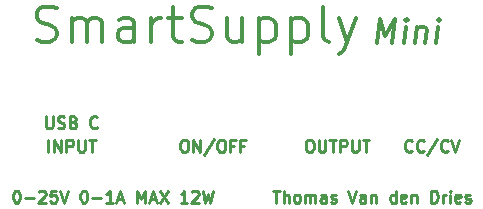
<source format=gto>
G04 #@! TF.FileFunction,Legend,Top*
%FSLAX46Y46*%
G04 Gerber Fmt 4.6, Leading zero omitted, Abs format (unit mm)*
G04 Created by KiCad (PCBNEW 4.0.3-stable) date 10/18/17 08:43:59*
%MOMM*%
%LPD*%
G01*
G04 APERTURE LIST*
%ADD10C,0.100000*%
%ADD11C,0.300000*%
%ADD12C,0.250000*%
G04 APERTURE END LIST*
D10*
D11*
X198521428Y-131164286D02*
X198949999Y-131307143D01*
X199664285Y-131307143D01*
X199949999Y-131164286D01*
X200092856Y-131021429D01*
X200235713Y-130735714D01*
X200235713Y-130450000D01*
X200092856Y-130164286D01*
X199949999Y-130021429D01*
X199664285Y-129878571D01*
X199092856Y-129735714D01*
X198807142Y-129592857D01*
X198664285Y-129450000D01*
X198521428Y-129164286D01*
X198521428Y-128878571D01*
X198664285Y-128592857D01*
X198807142Y-128450000D01*
X199092856Y-128307143D01*
X199807142Y-128307143D01*
X200235713Y-128450000D01*
X201521428Y-131307143D02*
X201521428Y-129307143D01*
X201521428Y-129592857D02*
X201664285Y-129450000D01*
X201949999Y-129307143D01*
X202378571Y-129307143D01*
X202664285Y-129450000D01*
X202807142Y-129735714D01*
X202807142Y-131307143D01*
X202807142Y-129735714D02*
X202949999Y-129450000D01*
X203235713Y-129307143D01*
X203664285Y-129307143D01*
X203949999Y-129450000D01*
X204092856Y-129735714D01*
X204092856Y-131307143D01*
X206807142Y-131307143D02*
X206807142Y-129735714D01*
X206664285Y-129450000D01*
X206378571Y-129307143D01*
X205807142Y-129307143D01*
X205521428Y-129450000D01*
X206807142Y-131164286D02*
X206521428Y-131307143D01*
X205807142Y-131307143D01*
X205521428Y-131164286D01*
X205378571Y-130878571D01*
X205378571Y-130592857D01*
X205521428Y-130307143D01*
X205807142Y-130164286D01*
X206521428Y-130164286D01*
X206807142Y-130021429D01*
X208235714Y-131307143D02*
X208235714Y-129307143D01*
X208235714Y-129878571D02*
X208378571Y-129592857D01*
X208521428Y-129450000D01*
X208807142Y-129307143D01*
X209092857Y-129307143D01*
X209664285Y-129307143D02*
X210807142Y-129307143D01*
X210092857Y-128307143D02*
X210092857Y-130878571D01*
X210235714Y-131164286D01*
X210521428Y-131307143D01*
X210807142Y-131307143D01*
X211664286Y-131164286D02*
X212092857Y-131307143D01*
X212807143Y-131307143D01*
X213092857Y-131164286D01*
X213235714Y-131021429D01*
X213378571Y-130735714D01*
X213378571Y-130450000D01*
X213235714Y-130164286D01*
X213092857Y-130021429D01*
X212807143Y-129878571D01*
X212235714Y-129735714D01*
X211950000Y-129592857D01*
X211807143Y-129450000D01*
X211664286Y-129164286D01*
X211664286Y-128878571D01*
X211807143Y-128592857D01*
X211950000Y-128450000D01*
X212235714Y-128307143D01*
X212950000Y-128307143D01*
X213378571Y-128450000D01*
X215950000Y-129307143D02*
X215950000Y-131307143D01*
X214664286Y-129307143D02*
X214664286Y-130878571D01*
X214807143Y-131164286D01*
X215092857Y-131307143D01*
X215521429Y-131307143D01*
X215807143Y-131164286D01*
X215950000Y-131021429D01*
X217378572Y-129307143D02*
X217378572Y-132307143D01*
X217378572Y-129450000D02*
X217664286Y-129307143D01*
X218235715Y-129307143D01*
X218521429Y-129450000D01*
X218664286Y-129592857D01*
X218807143Y-129878571D01*
X218807143Y-130735714D01*
X218664286Y-131021429D01*
X218521429Y-131164286D01*
X218235715Y-131307143D01*
X217664286Y-131307143D01*
X217378572Y-131164286D01*
X220092858Y-129307143D02*
X220092858Y-132307143D01*
X220092858Y-129450000D02*
X220378572Y-129307143D01*
X220950001Y-129307143D01*
X221235715Y-129450000D01*
X221378572Y-129592857D01*
X221521429Y-129878571D01*
X221521429Y-130735714D01*
X221378572Y-131021429D01*
X221235715Y-131164286D01*
X220950001Y-131307143D01*
X220378572Y-131307143D01*
X220092858Y-131164286D01*
X223235715Y-131307143D02*
X222950001Y-131164286D01*
X222807144Y-130878571D01*
X222807144Y-128307143D01*
X224092858Y-129307143D02*
X224807144Y-131307143D01*
X225521430Y-129307143D02*
X224807144Y-131307143D01*
X224521430Y-132021429D01*
X224378573Y-132164286D01*
X224092858Y-132307143D01*
X227313095Y-131354762D02*
X227563095Y-129354762D01*
X228051190Y-130783333D01*
X228896429Y-129354762D01*
X228646429Y-131354762D01*
X229598809Y-131354762D02*
X229765475Y-130021429D01*
X229848809Y-129354762D02*
X229741666Y-129450000D01*
X229824999Y-129545238D01*
X229932143Y-129450000D01*
X229848809Y-129354762D01*
X229824999Y-129545238D01*
X230717856Y-130021429D02*
X230551190Y-131354762D01*
X230694047Y-130211905D02*
X230801191Y-130116667D01*
X231003571Y-130021429D01*
X231289285Y-130021429D01*
X231467857Y-130116667D01*
X231539285Y-130307143D01*
X231408333Y-131354762D01*
X232360714Y-131354762D02*
X232527380Y-130021429D01*
X232610714Y-129354762D02*
X232503571Y-129450000D01*
X232586904Y-129545238D01*
X232694048Y-129450000D01*
X232610714Y-129354762D01*
X232586904Y-129545238D01*
D12*
X218545237Y-143902381D02*
X219116666Y-143902381D01*
X218830951Y-144902381D02*
X218830951Y-143902381D01*
X219449999Y-144902381D02*
X219449999Y-143902381D01*
X219878571Y-144902381D02*
X219878571Y-144378571D01*
X219830952Y-144283333D01*
X219735714Y-144235714D01*
X219592856Y-144235714D01*
X219497618Y-144283333D01*
X219449999Y-144330952D01*
X220497618Y-144902381D02*
X220402380Y-144854762D01*
X220354761Y-144807143D01*
X220307142Y-144711905D01*
X220307142Y-144426190D01*
X220354761Y-144330952D01*
X220402380Y-144283333D01*
X220497618Y-144235714D01*
X220640476Y-144235714D01*
X220735714Y-144283333D01*
X220783333Y-144330952D01*
X220830952Y-144426190D01*
X220830952Y-144711905D01*
X220783333Y-144807143D01*
X220735714Y-144854762D01*
X220640476Y-144902381D01*
X220497618Y-144902381D01*
X221259523Y-144902381D02*
X221259523Y-144235714D01*
X221259523Y-144330952D02*
X221307142Y-144283333D01*
X221402380Y-144235714D01*
X221545238Y-144235714D01*
X221640476Y-144283333D01*
X221688095Y-144378571D01*
X221688095Y-144902381D01*
X221688095Y-144378571D02*
X221735714Y-144283333D01*
X221830952Y-144235714D01*
X221973809Y-144235714D01*
X222069047Y-144283333D01*
X222116666Y-144378571D01*
X222116666Y-144902381D01*
X223021428Y-144902381D02*
X223021428Y-144378571D01*
X222973809Y-144283333D01*
X222878571Y-144235714D01*
X222688094Y-144235714D01*
X222592856Y-144283333D01*
X223021428Y-144854762D02*
X222926190Y-144902381D01*
X222688094Y-144902381D01*
X222592856Y-144854762D01*
X222545237Y-144759524D01*
X222545237Y-144664286D01*
X222592856Y-144569048D01*
X222688094Y-144521429D01*
X222926190Y-144521429D01*
X223021428Y-144473810D01*
X223449999Y-144854762D02*
X223545237Y-144902381D01*
X223735713Y-144902381D01*
X223830952Y-144854762D01*
X223878571Y-144759524D01*
X223878571Y-144711905D01*
X223830952Y-144616667D01*
X223735713Y-144569048D01*
X223592856Y-144569048D01*
X223497618Y-144521429D01*
X223449999Y-144426190D01*
X223449999Y-144378571D01*
X223497618Y-144283333D01*
X223592856Y-144235714D01*
X223735713Y-144235714D01*
X223830952Y-144283333D01*
X224926190Y-143902381D02*
X225259523Y-144902381D01*
X225592857Y-143902381D01*
X226354762Y-144902381D02*
X226354762Y-144378571D01*
X226307143Y-144283333D01*
X226211905Y-144235714D01*
X226021428Y-144235714D01*
X225926190Y-144283333D01*
X226354762Y-144854762D02*
X226259524Y-144902381D01*
X226021428Y-144902381D01*
X225926190Y-144854762D01*
X225878571Y-144759524D01*
X225878571Y-144664286D01*
X225926190Y-144569048D01*
X226021428Y-144521429D01*
X226259524Y-144521429D01*
X226354762Y-144473810D01*
X226830952Y-144235714D02*
X226830952Y-144902381D01*
X226830952Y-144330952D02*
X226878571Y-144283333D01*
X226973809Y-144235714D01*
X227116667Y-144235714D01*
X227211905Y-144283333D01*
X227259524Y-144378571D01*
X227259524Y-144902381D01*
X228926191Y-144902381D02*
X228926191Y-143902381D01*
X228926191Y-144854762D02*
X228830953Y-144902381D01*
X228640476Y-144902381D01*
X228545238Y-144854762D01*
X228497619Y-144807143D01*
X228450000Y-144711905D01*
X228450000Y-144426190D01*
X228497619Y-144330952D01*
X228545238Y-144283333D01*
X228640476Y-144235714D01*
X228830953Y-144235714D01*
X228926191Y-144283333D01*
X229783334Y-144854762D02*
X229688096Y-144902381D01*
X229497619Y-144902381D01*
X229402381Y-144854762D01*
X229354762Y-144759524D01*
X229354762Y-144378571D01*
X229402381Y-144283333D01*
X229497619Y-144235714D01*
X229688096Y-144235714D01*
X229783334Y-144283333D01*
X229830953Y-144378571D01*
X229830953Y-144473810D01*
X229354762Y-144569048D01*
X230259524Y-144235714D02*
X230259524Y-144902381D01*
X230259524Y-144330952D02*
X230307143Y-144283333D01*
X230402381Y-144235714D01*
X230545239Y-144235714D01*
X230640477Y-144283333D01*
X230688096Y-144378571D01*
X230688096Y-144902381D01*
X231926191Y-144902381D02*
X231926191Y-143902381D01*
X232164286Y-143902381D01*
X232307144Y-143950000D01*
X232402382Y-144045238D01*
X232450001Y-144140476D01*
X232497620Y-144330952D01*
X232497620Y-144473810D01*
X232450001Y-144664286D01*
X232402382Y-144759524D01*
X232307144Y-144854762D01*
X232164286Y-144902381D01*
X231926191Y-144902381D01*
X232926191Y-144902381D02*
X232926191Y-144235714D01*
X232926191Y-144426190D02*
X232973810Y-144330952D01*
X233021429Y-144283333D01*
X233116667Y-144235714D01*
X233211906Y-144235714D01*
X233545239Y-144902381D02*
X233545239Y-144235714D01*
X233545239Y-143902381D02*
X233497620Y-143950000D01*
X233545239Y-143997619D01*
X233592858Y-143950000D01*
X233545239Y-143902381D01*
X233545239Y-143997619D01*
X234402382Y-144854762D02*
X234307144Y-144902381D01*
X234116667Y-144902381D01*
X234021429Y-144854762D01*
X233973810Y-144759524D01*
X233973810Y-144378571D01*
X234021429Y-144283333D01*
X234116667Y-144235714D01*
X234307144Y-144235714D01*
X234402382Y-144283333D01*
X234450001Y-144378571D01*
X234450001Y-144473810D01*
X233973810Y-144569048D01*
X234830953Y-144854762D02*
X234926191Y-144902381D01*
X235116667Y-144902381D01*
X235211906Y-144854762D01*
X235259525Y-144759524D01*
X235259525Y-144711905D01*
X235211906Y-144616667D01*
X235116667Y-144569048D01*
X234973810Y-144569048D01*
X234878572Y-144521429D01*
X234830953Y-144426190D01*
X234830953Y-144378571D01*
X234878572Y-144283333D01*
X234973810Y-144235714D01*
X235116667Y-144235714D01*
X235211906Y-144283333D01*
X199307143Y-137602381D02*
X199307143Y-138411905D01*
X199354762Y-138507143D01*
X199402381Y-138554762D01*
X199497619Y-138602381D01*
X199688096Y-138602381D01*
X199783334Y-138554762D01*
X199830953Y-138507143D01*
X199878572Y-138411905D01*
X199878572Y-137602381D01*
X200307143Y-138554762D02*
X200450000Y-138602381D01*
X200688096Y-138602381D01*
X200783334Y-138554762D01*
X200830953Y-138507143D01*
X200878572Y-138411905D01*
X200878572Y-138316667D01*
X200830953Y-138221429D01*
X200783334Y-138173810D01*
X200688096Y-138126190D01*
X200497619Y-138078571D01*
X200402381Y-138030952D01*
X200354762Y-137983333D01*
X200307143Y-137888095D01*
X200307143Y-137792857D01*
X200354762Y-137697619D01*
X200402381Y-137650000D01*
X200497619Y-137602381D01*
X200735715Y-137602381D01*
X200878572Y-137650000D01*
X201640477Y-138078571D02*
X201783334Y-138126190D01*
X201830953Y-138173810D01*
X201878572Y-138269048D01*
X201878572Y-138411905D01*
X201830953Y-138507143D01*
X201783334Y-138554762D01*
X201688096Y-138602381D01*
X201307143Y-138602381D01*
X201307143Y-137602381D01*
X201640477Y-137602381D01*
X201735715Y-137650000D01*
X201783334Y-137697619D01*
X201830953Y-137792857D01*
X201830953Y-137888095D01*
X201783334Y-137983333D01*
X201735715Y-138030952D01*
X201640477Y-138078571D01*
X201307143Y-138078571D01*
X203640477Y-138507143D02*
X203592858Y-138554762D01*
X203450001Y-138602381D01*
X203354763Y-138602381D01*
X203211905Y-138554762D01*
X203116667Y-138459524D01*
X203069048Y-138364286D01*
X203021429Y-138173810D01*
X203021429Y-138030952D01*
X203069048Y-137840476D01*
X203116667Y-137745238D01*
X203211905Y-137650000D01*
X203354763Y-137602381D01*
X203450001Y-137602381D01*
X203592858Y-137650000D01*
X203640477Y-137697619D01*
X210926190Y-139602381D02*
X211116667Y-139602381D01*
X211211905Y-139650000D01*
X211307143Y-139745238D01*
X211354762Y-139935714D01*
X211354762Y-140269048D01*
X211307143Y-140459524D01*
X211211905Y-140554762D01*
X211116667Y-140602381D01*
X210926190Y-140602381D01*
X210830952Y-140554762D01*
X210735714Y-140459524D01*
X210688095Y-140269048D01*
X210688095Y-139935714D01*
X210735714Y-139745238D01*
X210830952Y-139650000D01*
X210926190Y-139602381D01*
X211783333Y-140602381D02*
X211783333Y-139602381D01*
X212354762Y-140602381D01*
X212354762Y-139602381D01*
X213545238Y-139554762D02*
X212688095Y-140840476D01*
X214069047Y-139602381D02*
X214259524Y-139602381D01*
X214354762Y-139650000D01*
X214450000Y-139745238D01*
X214497619Y-139935714D01*
X214497619Y-140269048D01*
X214450000Y-140459524D01*
X214354762Y-140554762D01*
X214259524Y-140602381D01*
X214069047Y-140602381D01*
X213973809Y-140554762D01*
X213878571Y-140459524D01*
X213830952Y-140269048D01*
X213830952Y-139935714D01*
X213878571Y-139745238D01*
X213973809Y-139650000D01*
X214069047Y-139602381D01*
X215259524Y-140078571D02*
X214926190Y-140078571D01*
X214926190Y-140602381D02*
X214926190Y-139602381D01*
X215402381Y-139602381D01*
X216116667Y-140078571D02*
X215783333Y-140078571D01*
X215783333Y-140602381D02*
X215783333Y-139602381D01*
X216259524Y-139602381D01*
X221545238Y-139602381D02*
X221735715Y-139602381D01*
X221830953Y-139650000D01*
X221926191Y-139745238D01*
X221973810Y-139935714D01*
X221973810Y-140269048D01*
X221926191Y-140459524D01*
X221830953Y-140554762D01*
X221735715Y-140602381D01*
X221545238Y-140602381D01*
X221450000Y-140554762D01*
X221354762Y-140459524D01*
X221307143Y-140269048D01*
X221307143Y-139935714D01*
X221354762Y-139745238D01*
X221450000Y-139650000D01*
X221545238Y-139602381D01*
X222402381Y-139602381D02*
X222402381Y-140411905D01*
X222450000Y-140507143D01*
X222497619Y-140554762D01*
X222592857Y-140602381D01*
X222783334Y-140602381D01*
X222878572Y-140554762D01*
X222926191Y-140507143D01*
X222973810Y-140411905D01*
X222973810Y-139602381D01*
X223307143Y-139602381D02*
X223878572Y-139602381D01*
X223592857Y-140602381D02*
X223592857Y-139602381D01*
X224211905Y-140602381D02*
X224211905Y-139602381D01*
X224592858Y-139602381D01*
X224688096Y-139650000D01*
X224735715Y-139697619D01*
X224783334Y-139792857D01*
X224783334Y-139935714D01*
X224735715Y-140030952D01*
X224688096Y-140078571D01*
X224592858Y-140126190D01*
X224211905Y-140126190D01*
X225211905Y-139602381D02*
X225211905Y-140411905D01*
X225259524Y-140507143D01*
X225307143Y-140554762D01*
X225402381Y-140602381D01*
X225592858Y-140602381D01*
X225688096Y-140554762D01*
X225735715Y-140507143D01*
X225783334Y-140411905D01*
X225783334Y-139602381D01*
X226116667Y-139602381D02*
X226688096Y-139602381D01*
X226402381Y-140602381D02*
X226402381Y-139602381D01*
X230307143Y-140507143D02*
X230259524Y-140554762D01*
X230116667Y-140602381D01*
X230021429Y-140602381D01*
X229878571Y-140554762D01*
X229783333Y-140459524D01*
X229735714Y-140364286D01*
X229688095Y-140173810D01*
X229688095Y-140030952D01*
X229735714Y-139840476D01*
X229783333Y-139745238D01*
X229878571Y-139650000D01*
X230021429Y-139602381D01*
X230116667Y-139602381D01*
X230259524Y-139650000D01*
X230307143Y-139697619D01*
X231307143Y-140507143D02*
X231259524Y-140554762D01*
X231116667Y-140602381D01*
X231021429Y-140602381D01*
X230878571Y-140554762D01*
X230783333Y-140459524D01*
X230735714Y-140364286D01*
X230688095Y-140173810D01*
X230688095Y-140030952D01*
X230735714Y-139840476D01*
X230783333Y-139745238D01*
X230878571Y-139650000D01*
X231021429Y-139602381D01*
X231116667Y-139602381D01*
X231259524Y-139650000D01*
X231307143Y-139697619D01*
X232450000Y-139554762D02*
X231592857Y-140840476D01*
X233354762Y-140507143D02*
X233307143Y-140554762D01*
X233164286Y-140602381D01*
X233069048Y-140602381D01*
X232926190Y-140554762D01*
X232830952Y-140459524D01*
X232783333Y-140364286D01*
X232735714Y-140173810D01*
X232735714Y-140030952D01*
X232783333Y-139840476D01*
X232830952Y-139745238D01*
X232926190Y-139650000D01*
X233069048Y-139602381D01*
X233164286Y-139602381D01*
X233307143Y-139650000D01*
X233354762Y-139697619D01*
X233640476Y-139602381D02*
X233973809Y-140602381D01*
X234307143Y-139602381D01*
X196759523Y-143902381D02*
X196854762Y-143902381D01*
X196950000Y-143950000D01*
X196997619Y-143997619D01*
X197045238Y-144092857D01*
X197092857Y-144283333D01*
X197092857Y-144521429D01*
X197045238Y-144711905D01*
X196997619Y-144807143D01*
X196950000Y-144854762D01*
X196854762Y-144902381D01*
X196759523Y-144902381D01*
X196664285Y-144854762D01*
X196616666Y-144807143D01*
X196569047Y-144711905D01*
X196521428Y-144521429D01*
X196521428Y-144283333D01*
X196569047Y-144092857D01*
X196616666Y-143997619D01*
X196664285Y-143950000D01*
X196759523Y-143902381D01*
X197521428Y-144521429D02*
X198283333Y-144521429D01*
X198711904Y-143997619D02*
X198759523Y-143950000D01*
X198854761Y-143902381D01*
X199092857Y-143902381D01*
X199188095Y-143950000D01*
X199235714Y-143997619D01*
X199283333Y-144092857D01*
X199283333Y-144188095D01*
X199235714Y-144330952D01*
X198664285Y-144902381D01*
X199283333Y-144902381D01*
X200188095Y-143902381D02*
X199711904Y-143902381D01*
X199664285Y-144378571D01*
X199711904Y-144330952D01*
X199807142Y-144283333D01*
X200045238Y-144283333D01*
X200140476Y-144330952D01*
X200188095Y-144378571D01*
X200235714Y-144473810D01*
X200235714Y-144711905D01*
X200188095Y-144807143D01*
X200140476Y-144854762D01*
X200045238Y-144902381D01*
X199807142Y-144902381D01*
X199711904Y-144854762D01*
X199664285Y-144807143D01*
X200521428Y-143902381D02*
X200854761Y-144902381D01*
X201188095Y-143902381D01*
X202473809Y-143902381D02*
X202569048Y-143902381D01*
X202664286Y-143950000D01*
X202711905Y-143997619D01*
X202759524Y-144092857D01*
X202807143Y-144283333D01*
X202807143Y-144521429D01*
X202759524Y-144711905D01*
X202711905Y-144807143D01*
X202664286Y-144854762D01*
X202569048Y-144902381D01*
X202473809Y-144902381D01*
X202378571Y-144854762D01*
X202330952Y-144807143D01*
X202283333Y-144711905D01*
X202235714Y-144521429D01*
X202235714Y-144283333D01*
X202283333Y-144092857D01*
X202330952Y-143997619D01*
X202378571Y-143950000D01*
X202473809Y-143902381D01*
X203235714Y-144521429D02*
X203997619Y-144521429D01*
X204997619Y-144902381D02*
X204426190Y-144902381D01*
X204711904Y-144902381D02*
X204711904Y-143902381D01*
X204616666Y-144045238D01*
X204521428Y-144140476D01*
X204426190Y-144188095D01*
X205378571Y-144616667D02*
X205854762Y-144616667D01*
X205283333Y-144902381D02*
X205616666Y-143902381D01*
X205950000Y-144902381D01*
X207045238Y-144902381D02*
X207045238Y-143902381D01*
X207378572Y-144616667D01*
X207711905Y-143902381D01*
X207711905Y-144902381D01*
X208140476Y-144616667D02*
X208616667Y-144616667D01*
X208045238Y-144902381D02*
X208378571Y-143902381D01*
X208711905Y-144902381D01*
X208950000Y-143902381D02*
X209616667Y-144902381D01*
X209616667Y-143902381D02*
X208950000Y-144902381D01*
X211283334Y-144902381D02*
X210711905Y-144902381D01*
X210997619Y-144902381D02*
X210997619Y-143902381D01*
X210902381Y-144045238D01*
X210807143Y-144140476D01*
X210711905Y-144188095D01*
X211664286Y-143997619D02*
X211711905Y-143950000D01*
X211807143Y-143902381D01*
X212045239Y-143902381D01*
X212140477Y-143950000D01*
X212188096Y-143997619D01*
X212235715Y-144092857D01*
X212235715Y-144188095D01*
X212188096Y-144330952D01*
X211616667Y-144902381D01*
X212235715Y-144902381D01*
X212569048Y-143902381D02*
X212807143Y-144902381D01*
X212997620Y-144188095D01*
X213188096Y-144902381D01*
X213426191Y-143902381D01*
X199521429Y-140602381D02*
X199521429Y-139602381D01*
X199997619Y-140602381D02*
X199997619Y-139602381D01*
X200569048Y-140602381D01*
X200569048Y-139602381D01*
X201045238Y-140602381D02*
X201045238Y-139602381D01*
X201426191Y-139602381D01*
X201521429Y-139650000D01*
X201569048Y-139697619D01*
X201616667Y-139792857D01*
X201616667Y-139935714D01*
X201569048Y-140030952D01*
X201521429Y-140078571D01*
X201426191Y-140126190D01*
X201045238Y-140126190D01*
X202045238Y-139602381D02*
X202045238Y-140411905D01*
X202092857Y-140507143D01*
X202140476Y-140554762D01*
X202235714Y-140602381D01*
X202426191Y-140602381D01*
X202521429Y-140554762D01*
X202569048Y-140507143D01*
X202616667Y-140411905D01*
X202616667Y-139602381D01*
X202950000Y-139602381D02*
X203521429Y-139602381D01*
X203235714Y-140602381D02*
X203235714Y-139602381D01*
X199521429Y-140602381D02*
X199521429Y-139602381D01*
X199997619Y-140602381D02*
X199997619Y-139602381D01*
X200569048Y-140602381D01*
X200569048Y-139602381D01*
X201045238Y-140602381D02*
X201045238Y-139602381D01*
X201426191Y-139602381D01*
X201521429Y-139650000D01*
X201569048Y-139697619D01*
X201616667Y-139792857D01*
X201616667Y-139935714D01*
X201569048Y-140030952D01*
X201521429Y-140078571D01*
X201426191Y-140126190D01*
X201045238Y-140126190D01*
X202045238Y-139602381D02*
X202045238Y-140411905D01*
X202092857Y-140507143D01*
X202140476Y-140554762D01*
X202235714Y-140602381D01*
X202426191Y-140602381D01*
X202521429Y-140554762D01*
X202569048Y-140507143D01*
X202616667Y-140411905D01*
X202616667Y-139602381D01*
X202950000Y-139602381D02*
X203521429Y-139602381D01*
X203235714Y-140602381D02*
X203235714Y-139602381D01*
X196759523Y-143902381D02*
X196854762Y-143902381D01*
X196950000Y-143950000D01*
X196997619Y-143997619D01*
X197045238Y-144092857D01*
X197092857Y-144283333D01*
X197092857Y-144521429D01*
X197045238Y-144711905D01*
X196997619Y-144807143D01*
X196950000Y-144854762D01*
X196854762Y-144902381D01*
X196759523Y-144902381D01*
X196664285Y-144854762D01*
X196616666Y-144807143D01*
X196569047Y-144711905D01*
X196521428Y-144521429D01*
X196521428Y-144283333D01*
X196569047Y-144092857D01*
X196616666Y-143997619D01*
X196664285Y-143950000D01*
X196759523Y-143902381D01*
X197521428Y-144521429D02*
X198283333Y-144521429D01*
X198711904Y-143997619D02*
X198759523Y-143950000D01*
X198854761Y-143902381D01*
X199092857Y-143902381D01*
X199188095Y-143950000D01*
X199235714Y-143997619D01*
X199283333Y-144092857D01*
X199283333Y-144188095D01*
X199235714Y-144330952D01*
X198664285Y-144902381D01*
X199283333Y-144902381D01*
X200188095Y-143902381D02*
X199711904Y-143902381D01*
X199664285Y-144378571D01*
X199711904Y-144330952D01*
X199807142Y-144283333D01*
X200045238Y-144283333D01*
X200140476Y-144330952D01*
X200188095Y-144378571D01*
X200235714Y-144473810D01*
X200235714Y-144711905D01*
X200188095Y-144807143D01*
X200140476Y-144854762D01*
X200045238Y-144902381D01*
X199807142Y-144902381D01*
X199711904Y-144854762D01*
X199664285Y-144807143D01*
X200521428Y-143902381D02*
X200854761Y-144902381D01*
X201188095Y-143902381D01*
X202473809Y-143902381D02*
X202569048Y-143902381D01*
X202664286Y-143950000D01*
X202711905Y-143997619D01*
X202759524Y-144092857D01*
X202807143Y-144283333D01*
X202807143Y-144521429D01*
X202759524Y-144711905D01*
X202711905Y-144807143D01*
X202664286Y-144854762D01*
X202569048Y-144902381D01*
X202473809Y-144902381D01*
X202378571Y-144854762D01*
X202330952Y-144807143D01*
X202283333Y-144711905D01*
X202235714Y-144521429D01*
X202235714Y-144283333D01*
X202283333Y-144092857D01*
X202330952Y-143997619D01*
X202378571Y-143950000D01*
X202473809Y-143902381D01*
X203235714Y-144521429D02*
X203997619Y-144521429D01*
X204997619Y-144902381D02*
X204426190Y-144902381D01*
X204711904Y-144902381D02*
X204711904Y-143902381D01*
X204616666Y-144045238D01*
X204521428Y-144140476D01*
X204426190Y-144188095D01*
X205378571Y-144616667D02*
X205854762Y-144616667D01*
X205283333Y-144902381D02*
X205616666Y-143902381D01*
X205950000Y-144902381D01*
X207045238Y-144902381D02*
X207045238Y-143902381D01*
X207378572Y-144616667D01*
X207711905Y-143902381D01*
X207711905Y-144902381D01*
X208140476Y-144616667D02*
X208616667Y-144616667D01*
X208045238Y-144902381D02*
X208378571Y-143902381D01*
X208711905Y-144902381D01*
X208950000Y-143902381D02*
X209616667Y-144902381D01*
X209616667Y-143902381D02*
X208950000Y-144902381D01*
X211283334Y-144902381D02*
X210711905Y-144902381D01*
X210997619Y-144902381D02*
X210997619Y-143902381D01*
X210902381Y-144045238D01*
X210807143Y-144140476D01*
X210711905Y-144188095D01*
X211664286Y-143997619D02*
X211711905Y-143950000D01*
X211807143Y-143902381D01*
X212045239Y-143902381D01*
X212140477Y-143950000D01*
X212188096Y-143997619D01*
X212235715Y-144092857D01*
X212235715Y-144188095D01*
X212188096Y-144330952D01*
X211616667Y-144902381D01*
X212235715Y-144902381D01*
X212569048Y-143902381D02*
X212807143Y-144902381D01*
X212997620Y-144188095D01*
X213188096Y-144902381D01*
X213426191Y-143902381D01*
X230307143Y-140507143D02*
X230259524Y-140554762D01*
X230116667Y-140602381D01*
X230021429Y-140602381D01*
X229878571Y-140554762D01*
X229783333Y-140459524D01*
X229735714Y-140364286D01*
X229688095Y-140173810D01*
X229688095Y-140030952D01*
X229735714Y-139840476D01*
X229783333Y-139745238D01*
X229878571Y-139650000D01*
X230021429Y-139602381D01*
X230116667Y-139602381D01*
X230259524Y-139650000D01*
X230307143Y-139697619D01*
X231307143Y-140507143D02*
X231259524Y-140554762D01*
X231116667Y-140602381D01*
X231021429Y-140602381D01*
X230878571Y-140554762D01*
X230783333Y-140459524D01*
X230735714Y-140364286D01*
X230688095Y-140173810D01*
X230688095Y-140030952D01*
X230735714Y-139840476D01*
X230783333Y-139745238D01*
X230878571Y-139650000D01*
X231021429Y-139602381D01*
X231116667Y-139602381D01*
X231259524Y-139650000D01*
X231307143Y-139697619D01*
X232450000Y-139554762D02*
X231592857Y-140840476D01*
X233354762Y-140507143D02*
X233307143Y-140554762D01*
X233164286Y-140602381D01*
X233069048Y-140602381D01*
X232926190Y-140554762D01*
X232830952Y-140459524D01*
X232783333Y-140364286D01*
X232735714Y-140173810D01*
X232735714Y-140030952D01*
X232783333Y-139840476D01*
X232830952Y-139745238D01*
X232926190Y-139650000D01*
X233069048Y-139602381D01*
X233164286Y-139602381D01*
X233307143Y-139650000D01*
X233354762Y-139697619D01*
X233640476Y-139602381D02*
X233973809Y-140602381D01*
X234307143Y-139602381D01*
X221545238Y-139602381D02*
X221735715Y-139602381D01*
X221830953Y-139650000D01*
X221926191Y-139745238D01*
X221973810Y-139935714D01*
X221973810Y-140269048D01*
X221926191Y-140459524D01*
X221830953Y-140554762D01*
X221735715Y-140602381D01*
X221545238Y-140602381D01*
X221450000Y-140554762D01*
X221354762Y-140459524D01*
X221307143Y-140269048D01*
X221307143Y-139935714D01*
X221354762Y-139745238D01*
X221450000Y-139650000D01*
X221545238Y-139602381D01*
X222402381Y-139602381D02*
X222402381Y-140411905D01*
X222450000Y-140507143D01*
X222497619Y-140554762D01*
X222592857Y-140602381D01*
X222783334Y-140602381D01*
X222878572Y-140554762D01*
X222926191Y-140507143D01*
X222973810Y-140411905D01*
X222973810Y-139602381D01*
X223307143Y-139602381D02*
X223878572Y-139602381D01*
X223592857Y-140602381D02*
X223592857Y-139602381D01*
X224211905Y-140602381D02*
X224211905Y-139602381D01*
X224592858Y-139602381D01*
X224688096Y-139650000D01*
X224735715Y-139697619D01*
X224783334Y-139792857D01*
X224783334Y-139935714D01*
X224735715Y-140030952D01*
X224688096Y-140078571D01*
X224592858Y-140126190D01*
X224211905Y-140126190D01*
X225211905Y-139602381D02*
X225211905Y-140411905D01*
X225259524Y-140507143D01*
X225307143Y-140554762D01*
X225402381Y-140602381D01*
X225592858Y-140602381D01*
X225688096Y-140554762D01*
X225735715Y-140507143D01*
X225783334Y-140411905D01*
X225783334Y-139602381D01*
X226116667Y-139602381D02*
X226688096Y-139602381D01*
X226402381Y-140602381D02*
X226402381Y-139602381D01*
X210926190Y-139602381D02*
X211116667Y-139602381D01*
X211211905Y-139650000D01*
X211307143Y-139745238D01*
X211354762Y-139935714D01*
X211354762Y-140269048D01*
X211307143Y-140459524D01*
X211211905Y-140554762D01*
X211116667Y-140602381D01*
X210926190Y-140602381D01*
X210830952Y-140554762D01*
X210735714Y-140459524D01*
X210688095Y-140269048D01*
X210688095Y-139935714D01*
X210735714Y-139745238D01*
X210830952Y-139650000D01*
X210926190Y-139602381D01*
X211783333Y-140602381D02*
X211783333Y-139602381D01*
X212354762Y-140602381D01*
X212354762Y-139602381D01*
X213545238Y-139554762D02*
X212688095Y-140840476D01*
X214069047Y-139602381D02*
X214259524Y-139602381D01*
X214354762Y-139650000D01*
X214450000Y-139745238D01*
X214497619Y-139935714D01*
X214497619Y-140269048D01*
X214450000Y-140459524D01*
X214354762Y-140554762D01*
X214259524Y-140602381D01*
X214069047Y-140602381D01*
X213973809Y-140554762D01*
X213878571Y-140459524D01*
X213830952Y-140269048D01*
X213830952Y-139935714D01*
X213878571Y-139745238D01*
X213973809Y-139650000D01*
X214069047Y-139602381D01*
X215259524Y-140078571D02*
X214926190Y-140078571D01*
X214926190Y-140602381D02*
X214926190Y-139602381D01*
X215402381Y-139602381D01*
X216116667Y-140078571D02*
X215783333Y-140078571D01*
X215783333Y-140602381D02*
X215783333Y-139602381D01*
X216259524Y-139602381D01*
X199307143Y-137602381D02*
X199307143Y-138411905D01*
X199354762Y-138507143D01*
X199402381Y-138554762D01*
X199497619Y-138602381D01*
X199688096Y-138602381D01*
X199783334Y-138554762D01*
X199830953Y-138507143D01*
X199878572Y-138411905D01*
X199878572Y-137602381D01*
X200307143Y-138554762D02*
X200450000Y-138602381D01*
X200688096Y-138602381D01*
X200783334Y-138554762D01*
X200830953Y-138507143D01*
X200878572Y-138411905D01*
X200878572Y-138316667D01*
X200830953Y-138221429D01*
X200783334Y-138173810D01*
X200688096Y-138126190D01*
X200497619Y-138078571D01*
X200402381Y-138030952D01*
X200354762Y-137983333D01*
X200307143Y-137888095D01*
X200307143Y-137792857D01*
X200354762Y-137697619D01*
X200402381Y-137650000D01*
X200497619Y-137602381D01*
X200735715Y-137602381D01*
X200878572Y-137650000D01*
X201640477Y-138078571D02*
X201783334Y-138126190D01*
X201830953Y-138173810D01*
X201878572Y-138269048D01*
X201878572Y-138411905D01*
X201830953Y-138507143D01*
X201783334Y-138554762D01*
X201688096Y-138602381D01*
X201307143Y-138602381D01*
X201307143Y-137602381D01*
X201640477Y-137602381D01*
X201735715Y-137650000D01*
X201783334Y-137697619D01*
X201830953Y-137792857D01*
X201830953Y-137888095D01*
X201783334Y-137983333D01*
X201735715Y-138030952D01*
X201640477Y-138078571D01*
X201307143Y-138078571D01*
X203640477Y-138507143D02*
X203592858Y-138554762D01*
X203450001Y-138602381D01*
X203354763Y-138602381D01*
X203211905Y-138554762D01*
X203116667Y-138459524D01*
X203069048Y-138364286D01*
X203021429Y-138173810D01*
X203021429Y-138030952D01*
X203069048Y-137840476D01*
X203116667Y-137745238D01*
X203211905Y-137650000D01*
X203354763Y-137602381D01*
X203450001Y-137602381D01*
X203592858Y-137650000D01*
X203640477Y-137697619D01*
X218545237Y-143902381D02*
X219116666Y-143902381D01*
X218830951Y-144902381D02*
X218830951Y-143902381D01*
X219449999Y-144902381D02*
X219449999Y-143902381D01*
X219878571Y-144902381D02*
X219878571Y-144378571D01*
X219830952Y-144283333D01*
X219735714Y-144235714D01*
X219592856Y-144235714D01*
X219497618Y-144283333D01*
X219449999Y-144330952D01*
X220497618Y-144902381D02*
X220402380Y-144854762D01*
X220354761Y-144807143D01*
X220307142Y-144711905D01*
X220307142Y-144426190D01*
X220354761Y-144330952D01*
X220402380Y-144283333D01*
X220497618Y-144235714D01*
X220640476Y-144235714D01*
X220735714Y-144283333D01*
X220783333Y-144330952D01*
X220830952Y-144426190D01*
X220830952Y-144711905D01*
X220783333Y-144807143D01*
X220735714Y-144854762D01*
X220640476Y-144902381D01*
X220497618Y-144902381D01*
X221259523Y-144902381D02*
X221259523Y-144235714D01*
X221259523Y-144330952D02*
X221307142Y-144283333D01*
X221402380Y-144235714D01*
X221545238Y-144235714D01*
X221640476Y-144283333D01*
X221688095Y-144378571D01*
X221688095Y-144902381D01*
X221688095Y-144378571D02*
X221735714Y-144283333D01*
X221830952Y-144235714D01*
X221973809Y-144235714D01*
X222069047Y-144283333D01*
X222116666Y-144378571D01*
X222116666Y-144902381D01*
X223021428Y-144902381D02*
X223021428Y-144378571D01*
X222973809Y-144283333D01*
X222878571Y-144235714D01*
X222688094Y-144235714D01*
X222592856Y-144283333D01*
X223021428Y-144854762D02*
X222926190Y-144902381D01*
X222688094Y-144902381D01*
X222592856Y-144854762D01*
X222545237Y-144759524D01*
X222545237Y-144664286D01*
X222592856Y-144569048D01*
X222688094Y-144521429D01*
X222926190Y-144521429D01*
X223021428Y-144473810D01*
X223449999Y-144854762D02*
X223545237Y-144902381D01*
X223735713Y-144902381D01*
X223830952Y-144854762D01*
X223878571Y-144759524D01*
X223878571Y-144711905D01*
X223830952Y-144616667D01*
X223735713Y-144569048D01*
X223592856Y-144569048D01*
X223497618Y-144521429D01*
X223449999Y-144426190D01*
X223449999Y-144378571D01*
X223497618Y-144283333D01*
X223592856Y-144235714D01*
X223735713Y-144235714D01*
X223830952Y-144283333D01*
X224926190Y-143902381D02*
X225259523Y-144902381D01*
X225592857Y-143902381D01*
X226354762Y-144902381D02*
X226354762Y-144378571D01*
X226307143Y-144283333D01*
X226211905Y-144235714D01*
X226021428Y-144235714D01*
X225926190Y-144283333D01*
X226354762Y-144854762D02*
X226259524Y-144902381D01*
X226021428Y-144902381D01*
X225926190Y-144854762D01*
X225878571Y-144759524D01*
X225878571Y-144664286D01*
X225926190Y-144569048D01*
X226021428Y-144521429D01*
X226259524Y-144521429D01*
X226354762Y-144473810D01*
X226830952Y-144235714D02*
X226830952Y-144902381D01*
X226830952Y-144330952D02*
X226878571Y-144283333D01*
X226973809Y-144235714D01*
X227116667Y-144235714D01*
X227211905Y-144283333D01*
X227259524Y-144378571D01*
X227259524Y-144902381D01*
X228926191Y-144902381D02*
X228926191Y-143902381D01*
X228926191Y-144854762D02*
X228830953Y-144902381D01*
X228640476Y-144902381D01*
X228545238Y-144854762D01*
X228497619Y-144807143D01*
X228450000Y-144711905D01*
X228450000Y-144426190D01*
X228497619Y-144330952D01*
X228545238Y-144283333D01*
X228640476Y-144235714D01*
X228830953Y-144235714D01*
X228926191Y-144283333D01*
X229783334Y-144854762D02*
X229688096Y-144902381D01*
X229497619Y-144902381D01*
X229402381Y-144854762D01*
X229354762Y-144759524D01*
X229354762Y-144378571D01*
X229402381Y-144283333D01*
X229497619Y-144235714D01*
X229688096Y-144235714D01*
X229783334Y-144283333D01*
X229830953Y-144378571D01*
X229830953Y-144473810D01*
X229354762Y-144569048D01*
X230259524Y-144235714D02*
X230259524Y-144902381D01*
X230259524Y-144330952D02*
X230307143Y-144283333D01*
X230402381Y-144235714D01*
X230545239Y-144235714D01*
X230640477Y-144283333D01*
X230688096Y-144378571D01*
X230688096Y-144902381D01*
X231926191Y-144902381D02*
X231926191Y-143902381D01*
X232164286Y-143902381D01*
X232307144Y-143950000D01*
X232402382Y-144045238D01*
X232450001Y-144140476D01*
X232497620Y-144330952D01*
X232497620Y-144473810D01*
X232450001Y-144664286D01*
X232402382Y-144759524D01*
X232307144Y-144854762D01*
X232164286Y-144902381D01*
X231926191Y-144902381D01*
X232926191Y-144902381D02*
X232926191Y-144235714D01*
X232926191Y-144426190D02*
X232973810Y-144330952D01*
X233021429Y-144283333D01*
X233116667Y-144235714D01*
X233211906Y-144235714D01*
X233545239Y-144902381D02*
X233545239Y-144235714D01*
X233545239Y-143902381D02*
X233497620Y-143950000D01*
X233545239Y-143997619D01*
X233592858Y-143950000D01*
X233545239Y-143902381D01*
X233545239Y-143997619D01*
X234402382Y-144854762D02*
X234307144Y-144902381D01*
X234116667Y-144902381D01*
X234021429Y-144854762D01*
X233973810Y-144759524D01*
X233973810Y-144378571D01*
X234021429Y-144283333D01*
X234116667Y-144235714D01*
X234307144Y-144235714D01*
X234402382Y-144283333D01*
X234450001Y-144378571D01*
X234450001Y-144473810D01*
X233973810Y-144569048D01*
X234830953Y-144854762D02*
X234926191Y-144902381D01*
X235116667Y-144902381D01*
X235211906Y-144854762D01*
X235259525Y-144759524D01*
X235259525Y-144711905D01*
X235211906Y-144616667D01*
X235116667Y-144569048D01*
X234973810Y-144569048D01*
X234878572Y-144521429D01*
X234830953Y-144426190D01*
X234830953Y-144378571D01*
X234878572Y-144283333D01*
X234973810Y-144235714D01*
X235116667Y-144235714D01*
X235211906Y-144283333D01*
D11*
X227313095Y-131354762D02*
X227563095Y-129354762D01*
X228051190Y-130783333D01*
X228896429Y-129354762D01*
X228646429Y-131354762D01*
X229598809Y-131354762D02*
X229765475Y-130021429D01*
X229848809Y-129354762D02*
X229741666Y-129450000D01*
X229824999Y-129545238D01*
X229932143Y-129450000D01*
X229848809Y-129354762D01*
X229824999Y-129545238D01*
X230717856Y-130021429D02*
X230551190Y-131354762D01*
X230694047Y-130211905D02*
X230801191Y-130116667D01*
X231003571Y-130021429D01*
X231289285Y-130021429D01*
X231467857Y-130116667D01*
X231539285Y-130307143D01*
X231408333Y-131354762D01*
X232360714Y-131354762D02*
X232527380Y-130021429D01*
X232610714Y-129354762D02*
X232503571Y-129450000D01*
X232586904Y-129545238D01*
X232694048Y-129450000D01*
X232610714Y-129354762D01*
X232586904Y-129545238D01*
X198521428Y-131164286D02*
X198949999Y-131307143D01*
X199664285Y-131307143D01*
X199949999Y-131164286D01*
X200092856Y-131021429D01*
X200235713Y-130735714D01*
X200235713Y-130450000D01*
X200092856Y-130164286D01*
X199949999Y-130021429D01*
X199664285Y-129878571D01*
X199092856Y-129735714D01*
X198807142Y-129592857D01*
X198664285Y-129450000D01*
X198521428Y-129164286D01*
X198521428Y-128878571D01*
X198664285Y-128592857D01*
X198807142Y-128450000D01*
X199092856Y-128307143D01*
X199807142Y-128307143D01*
X200235713Y-128450000D01*
X201521428Y-131307143D02*
X201521428Y-129307143D01*
X201521428Y-129592857D02*
X201664285Y-129450000D01*
X201949999Y-129307143D01*
X202378571Y-129307143D01*
X202664285Y-129450000D01*
X202807142Y-129735714D01*
X202807142Y-131307143D01*
X202807142Y-129735714D02*
X202949999Y-129450000D01*
X203235713Y-129307143D01*
X203664285Y-129307143D01*
X203949999Y-129450000D01*
X204092856Y-129735714D01*
X204092856Y-131307143D01*
X206807142Y-131307143D02*
X206807142Y-129735714D01*
X206664285Y-129450000D01*
X206378571Y-129307143D01*
X205807142Y-129307143D01*
X205521428Y-129450000D01*
X206807142Y-131164286D02*
X206521428Y-131307143D01*
X205807142Y-131307143D01*
X205521428Y-131164286D01*
X205378571Y-130878571D01*
X205378571Y-130592857D01*
X205521428Y-130307143D01*
X205807142Y-130164286D01*
X206521428Y-130164286D01*
X206807142Y-130021429D01*
X208235714Y-131307143D02*
X208235714Y-129307143D01*
X208235714Y-129878571D02*
X208378571Y-129592857D01*
X208521428Y-129450000D01*
X208807142Y-129307143D01*
X209092857Y-129307143D01*
X209664285Y-129307143D02*
X210807142Y-129307143D01*
X210092857Y-128307143D02*
X210092857Y-130878571D01*
X210235714Y-131164286D01*
X210521428Y-131307143D01*
X210807142Y-131307143D01*
X211664286Y-131164286D02*
X212092857Y-131307143D01*
X212807143Y-131307143D01*
X213092857Y-131164286D01*
X213235714Y-131021429D01*
X213378571Y-130735714D01*
X213378571Y-130450000D01*
X213235714Y-130164286D01*
X213092857Y-130021429D01*
X212807143Y-129878571D01*
X212235714Y-129735714D01*
X211950000Y-129592857D01*
X211807143Y-129450000D01*
X211664286Y-129164286D01*
X211664286Y-128878571D01*
X211807143Y-128592857D01*
X211950000Y-128450000D01*
X212235714Y-128307143D01*
X212950000Y-128307143D01*
X213378571Y-128450000D01*
X215950000Y-129307143D02*
X215950000Y-131307143D01*
X214664286Y-129307143D02*
X214664286Y-130878571D01*
X214807143Y-131164286D01*
X215092857Y-131307143D01*
X215521429Y-131307143D01*
X215807143Y-131164286D01*
X215950000Y-131021429D01*
X217378572Y-129307143D02*
X217378572Y-132307143D01*
X217378572Y-129450000D02*
X217664286Y-129307143D01*
X218235715Y-129307143D01*
X218521429Y-129450000D01*
X218664286Y-129592857D01*
X218807143Y-129878571D01*
X218807143Y-130735714D01*
X218664286Y-131021429D01*
X218521429Y-131164286D01*
X218235715Y-131307143D01*
X217664286Y-131307143D01*
X217378572Y-131164286D01*
X220092858Y-129307143D02*
X220092858Y-132307143D01*
X220092858Y-129450000D02*
X220378572Y-129307143D01*
X220950001Y-129307143D01*
X221235715Y-129450000D01*
X221378572Y-129592857D01*
X221521429Y-129878571D01*
X221521429Y-130735714D01*
X221378572Y-131021429D01*
X221235715Y-131164286D01*
X220950001Y-131307143D01*
X220378572Y-131307143D01*
X220092858Y-131164286D01*
X223235715Y-131307143D02*
X222950001Y-131164286D01*
X222807144Y-130878571D01*
X222807144Y-128307143D01*
X224092858Y-129307143D02*
X224807144Y-131307143D01*
X225521430Y-129307143D02*
X224807144Y-131307143D01*
X224521430Y-132021429D01*
X224378573Y-132164286D01*
X224092858Y-132307143D01*
M02*

</source>
